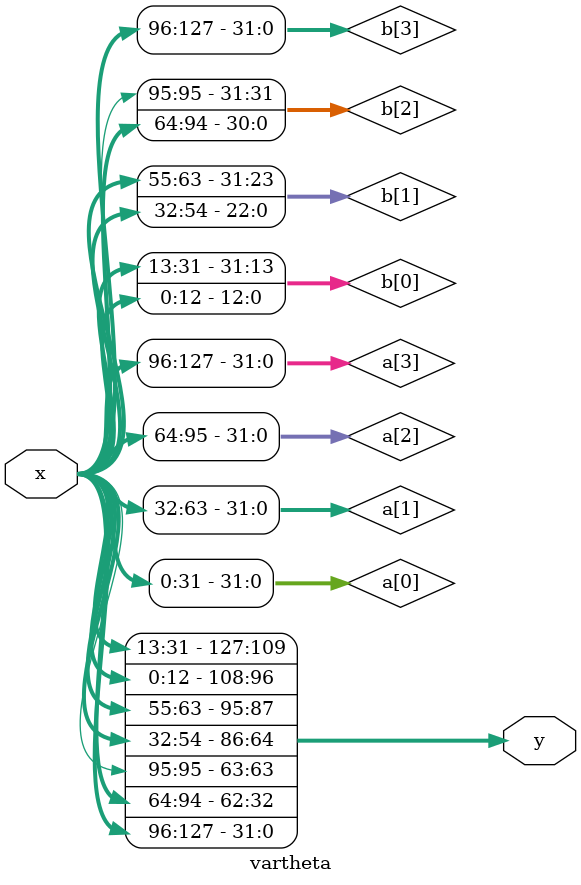
<source format=v>

module  vartheta( x, y);

parameter       BLOCK_SIZE = 256;
parameter       SIDE_SIZE = BLOCK_SIZE/2;       
parameter       COLUMN_SIZE  = SIDE_SIZE/4;     

parameter       PA  = 1;
parameter       PB  = 9;
parameter       PC  = 19;

input   [0:(SIDE_SIZE-1)]   x;
output  [0:(SIDE_SIZE-1)]   y;

wire    [0:(COLUMN_SIZE-1)]   a[0:3];
wire    [0:(COLUMN_SIZE-1)]   b[0:3];

assign  a[0] = x[(0*COLUMN_SIZE):(1*COLUMN_SIZE-1)];
assign  a[1] = x[(1*COLUMN_SIZE):(2*COLUMN_SIZE-1)];
assign  a[2] = x[(2*COLUMN_SIZE):(3*COLUMN_SIZE-1)];
assign  a[3] = x[(3*COLUMN_SIZE):(4*COLUMN_SIZE-1)];

assign b[3] = a[3];
assign b[2] = {a[2][(COLUMN_SIZE-PA):(COLUMN_SIZE-1)], a[2][0:(COLUMN_SIZE-1-PA)] };
assign b[1] = {a[1][(COLUMN_SIZE-PB):(COLUMN_SIZE-1)], a[1][0:(COLUMN_SIZE-1-PB)] };
assign b[0] = {a[0][(COLUMN_SIZE-PC):(COLUMN_SIZE-1)], a[0][0:(COLUMN_SIZE-1-PC)] };

assign y = {b[0], b[1], b[2], b[3]};

endmodule


</source>
